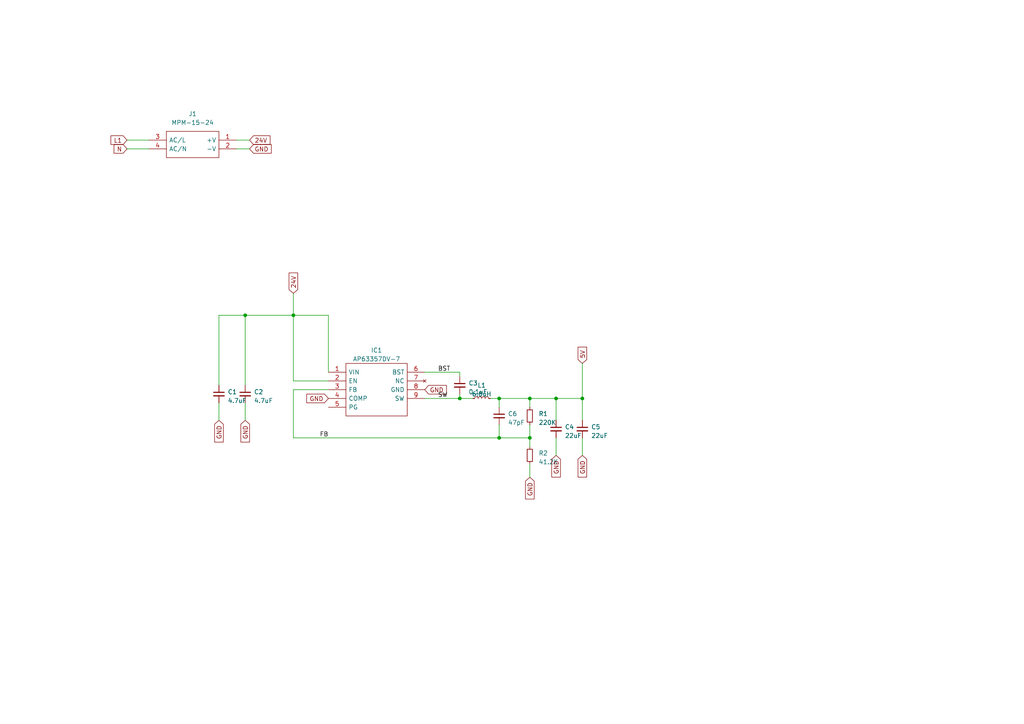
<source format=kicad_sch>
(kicad_sch (version 20230121) (generator eeschema)
  (paper "A4")
  (lib_symbols
    (symbol "Device:C_Small" (pin_numbers hide) (pin_names (offset 0.254) hide)
      (property "Reference" "C" (at 0.254 1.778 0))
      (property "Value" "C_Small" (at 0.254 -2.032 0))
      (symbol "C_Small_0_1"
        (polyline (pts (xy -1.524 -0.508) (xy 1.524 -0.508)) (stroke (width 0.3302)))
        (polyline (pts (xy -1.524 0.508) (xy 1.524 0.508)) (stroke (width 0.3048)))
      )
      (symbol "C_Small_1_1"
        (pin passive line (at 0 2.54 270) (length 2.032) (name "~") (number "1"))
        (pin passive line (at 0 -2.54 90) (length 2.032) (name "~") (number "2"))
      )
    )
    (symbol "Device:L_Small" (pin_numbers hide) (pin_names (offset 0.254) hide)
      (property "Reference" "L" (at 0.762 1.016 0))
      (property "Value" "L_Small" (at 0.762 -1.016 0))
      (symbol "L_Small_0_1"
        (arc (start 0 -2.032) (mid 0.5058 -1.524) (end 0 -1.016))
        (arc (start 0 -1.016) (mid 0.5058 -0.508) (end 0 0))
        (arc (start 0 0) (mid 0.5058 0.508) (end 0 1.016))
        (arc (start 0 1.016) (mid 0.5058 1.524) (end 0 2.032))
      )
      (symbol "L_Small_1_1"
        (pin passive line (at 0 2.54 270) (length 0.508) (name "~") (number "1"))
        (pin passive line (at 0 -2.54 90) (length 0.508) (name "~") (number "2"))
      )
    )
    (symbol "Device:R_Small" (pin_numbers hide) (pin_names (offset 0.254) hide)
      (property "Reference" "R" (at 0.762 0.508 0))
      (property "Value" "R_Small" (at 0.762 -1.016 0))
      (symbol "R_Small_0_1"
        (rectangle (start -0.762 1.778) (end 0.762 -1.778) (stroke (width 0.2032)))
      )
      (symbol "R_Small_1_1"
        (pin passive line (at 0 2.54 270) (length 0.762) (name "~") (number "1"))
        (pin passive line (at 0 -2.54 90) (length 0.762) (name "~") (number "2"))
      )
    )
    (symbol "SamacSys_Parts:MPM-15-24" (pin_names (offset 0.762))
      (property "Reference" "J" (at 21.59 7.62 0))
      (property "Value" "MPM-15-24" (at 21.59 5.08 0))
      (symbol "MPM-15-24_0_0"
        (pin passive line (at 0 -2.54 0) (length 5.08) (name "+V") (number "1"))
        (pin passive line (at 0 0 0) (length 5.08) (name "-V") (number "2"))
        (pin passive line (at 25.4 -2.54 180) (length 5.08) (name "AC/L") (number "3"))
        (pin passive line (at 25.4 0 180) (length 5.08) (name "AC/N") (number "4"))
      )
      (symbol "MPM-15-24_0_1"
        (polyline (pts (xy 5.08 2.54) (xy 20.32 2.54) (xy 20.32 -5.08) (xy 5.08 -5.08) (xy 5.08 2.54)) (stroke (width 0.1524)))
      )
    )
    (symbol "Samacsys:AP63357DV-7" (pin_names (offset 0.762))
      (property "Reference" "IC" (at 24.13 7.62 0))
      (property "Value" "AP63357DV-7" (at 24.13 5.08 0))
      (symbol "AP63357DV-7_0_0"
        (pin passive line (at 0 0 0) (length 5.08) (name "VIN") (number "1"))
        (pin passive line (at 0 -2.54 0) (length 5.08) (name "EN") (number "2"))
        (pin passive line (at 0 -5.08 0) (length 5.08) (name "FB") (number "3"))
        (pin passive line (at 0 -7.62 0) (length 5.08) (name "COMP") (number "4"))
        (pin passive line (at 0 -10.16 0) (length 5.08) (name "PG") (number "5"))
        (pin passive line (at 27.94 0 180) (length 5.08) (name "BST") (number "6"))
        (pin no_connect line (at 27.94 -2.54 180) (length 5.08) (name "NC") (number "7"))
        (pin passive line (at 27.94 -5.08 180) (length 5.08) (name "GND") (number "8"))
        (pin passive line (at 27.94 -7.62 180) (length 5.08) (name "SW") (number "9"))
      )
      (symbol "AP63357DV-7_0_1"
        (polyline (pts (xy 5.08 2.54) (xy 22.86 2.54) (xy 22.86 -12.7) (xy 5.08 -12.7) (xy 5.08 2.54)) (stroke (width 0.1524)))
      )
    )
  )
  (junction (at 71.12 91.44))
  (junction (at 144.78 127))
  (junction (at 133.35 115.57))
  (junction (at 153.67 115.57))
  (junction (at 161.29 115.57))
  (junction (at 153.67 127))
  (junction (at 144.78 115.57))
  (junction (at 168.91 115.57))
  (junction (at 85.09 91.44))
  (wire (pts (xy 85.09 91.44) (xy 85.09 85.09)))
  (wire (pts (xy 63.5 91.44) (xy 63.5 111.76)))
  (wire (pts (xy 153.67 123.19) (xy 153.67 127)))
  (wire (pts (xy 36.83 40.64) (xy 43.18 40.64)))
  (wire (pts (xy 85.09 113.03) (xy 85.09 127)))
  (wire (pts (xy 123.19 107.95) (xy 133.35 107.95)))
  (wire (pts (xy 133.35 115.57) (xy 123.19 115.57)))
  (wire (pts (xy 68.58 40.64) (xy 72.39 40.64)))
  (wire (pts (xy 133.35 107.95) (xy 133.35 109.22)))
  (wire (pts (xy 85.09 127) (xy 144.78 127)))
  (wire (pts (xy 95.25 113.03) (xy 85.09 113.03)))
  (wire (pts (xy 36.83 43.18) (xy 43.18 43.18)))
  (wire (pts (xy 71.12 91.44) (xy 71.12 111.76)))
  (wire (pts (xy 85.09 110.49) (xy 85.09 91.44)))
  (wire (pts (xy 142.24 115.57) (xy 144.78 115.57)))
  (wire (pts (xy 63.5 116.84) (xy 63.5 121.92)))
  (wire (pts (xy 153.67 115.57) (xy 153.67 118.11)))
  (wire (pts (xy 133.35 114.3) (xy 133.35 115.57)))
  (wire (pts (xy 168.91 127) (xy 168.91 132.08)))
  (wire (pts (xy 144.78 115.57) (xy 144.78 118.11)))
  (wire (pts (xy 71.12 116.84) (xy 71.12 121.92)))
  (wire (pts (xy 144.78 115.57) (xy 153.67 115.57)))
  (wire (pts (xy 153.67 115.57) (xy 161.29 115.57)))
  (wire (pts (xy 95.25 91.44) (xy 95.25 107.95)))
  (wire (pts (xy 71.12 91.44) (xy 85.09 91.44)))
  (wire (pts (xy 68.58 43.18) (xy 72.39 43.18)))
  (wire (pts (xy 168.91 115.57) (xy 168.91 121.92)))
  (wire (pts (xy 161.29 115.57) (xy 168.91 115.57)))
  (wire (pts (xy 144.78 127) (xy 153.67 127)))
  (wire (pts (xy 153.67 134.62) (xy 153.67 138.43)))
  (wire (pts (xy 95.25 110.49) (xy 85.09 110.49)))
  (wire (pts (xy 63.5 91.44) (xy 71.12 91.44)))
  (wire (pts (xy 161.29 115.57) (xy 161.29 121.92)))
  (wire (pts (xy 144.78 123.19) (xy 144.78 127)))
  (wire (pts (xy 168.91 105.41) (xy 168.91 115.57)))
  (wire (pts (xy 133.35 115.57) (xy 137.16 115.57)))
  (wire (pts (xy 161.29 127) (xy 161.29 132.08)))
  (wire (pts (xy 153.67 127) (xy 153.67 129.54)))
  (wire (pts (xy 95.25 91.44) (xy 85.09 91.44)))
  (label "SW" (at 127 115.57 0))
  (label "FB" (at 92.71 127 0))
  (label "BST" (at 127 107.95 0))
  (global_label "N" (shape input) (at 36.83 43.18 180) (property "Intersheetrefs" "${INTERSHEET_REFS}" (effects hide)))
  (global_label "GND" (shape input) (at 71.12 121.92 270) (property "Intersheetrefs" "${INTERSHEET_REFS}" (effects hide)))
  (global_label "GND" (shape input) (at 63.5 121.92 270) (property "Intersheetrefs" "${INTERSHEET_REFS}" (effects hide)))
  (global_label "GND" (shape input) (at 95.25 115.57 180) (property "Intersheetrefs" "${INTERSHEET_REFS}" (effects hide)))
  (global_label "5V" (shape input) (at 168.91 105.41 90) (property "Intersheetrefs" "${INTERSHEET_REFS}" (effects hide)))
  (global_label "GND" (shape input) (at 153.67 138.43 270) (property "Intersheetrefs" "${INTERSHEET_REFS}" (effects hide)))
  (global_label "L1" (shape input) (at 36.83 40.64 180) (property "Intersheetrefs" "${INTERSHEET_REFS}" (effects hide)))
  (global_label "24V" (shape input) (at 72.39 40.64 0) (property "Intersheetrefs" "${INTERSHEET_REFS}" (effects hide)))
  (global_label "GND" (shape input) (at 161.29 132.08 270) (property "Intersheetrefs" "${INTERSHEET_REFS}" (effects hide)))
  (global_label "GND" (shape input) (at 123.19 113.03 0) (property "Intersheetrefs" "${INTERSHEET_REFS}" (effects hide)))
  (global_label "GND" (shape input) (at 72.39 43.18 0) (property "Intersheetrefs" "${INTERSHEET_REFS}" (effects hide)))
  (global_label "GND" (shape input) (at 168.91 132.08 270) (property "Intersheetrefs" "${INTERSHEET_REFS}" (effects hide)))
  (global_label "24V" (shape input) (at 85.09 85.09 90) (property "Intersheetrefs" "${INTERSHEET_REFS}" (effects hide)))
  (symbol (lib_id "Device:C_Small") (at 133.35 111.76 0) (unit 1)
    (property "Reference" "C3" (at 135.89 111.1313 0) (effects (justify left)))
    (property "Value" "0.1uF" (at 135.89 113.6713 0) (effects (justify left)))
    (property "Footprint" "Capacitor_SMD:C_0402_1005Metric_Pad0.74x0.62mm_HandSolder" (effects hide))
  )
  (symbol (lib_id "Device:C_Small") (at 71.12 114.3 0) (unit 1)
    (property "Reference" "C2" (at 73.66 113.6713 0) (effects (justify left)))
    (property "Value" "4.7uF" (at 73.66 116.2113 0) (effects (justify left)))
    (property "Footprint" "Capacitor_SMD:C_0805_2012Metric_Pad1.18x1.45mm_HandSolder" (effects hide))
  )
  (symbol (lib_id "Device:R_Small") (at 153.67 132.08 0) (unit 1)
    (property "Reference" "R2" (at 156.21 131.445 0) (effects (justify left)))
    (property "Value" "41.2K" (at 156.21 133.985 0) (effects (justify left)))
    (property "Footprint" "Resistor_SMD:R_0402_1005Metric_Pad0.72x0.64mm_HandSolder" (effects hide))
  )
  (symbol (lib_id "SamacSys_Parts:MPM-15-24") (at 68.58 43.18 180) (unit 1)
    (property "Reference" "J1" (at 55.88 33.02 0))
    (property "Value" "MPM-15-24" (at 55.88 35.56 0))
    (property "Footprint" "libs:MPM1524" (effects hide))
    (property "Datasheet" "https://www.arrow.com/en/products/mpm-15-24/mean-well-enterprises" (effects hide))
    (property "Description" "MEAN WELL - MPM-15-24 - POWER SUPPLY, AC-DC, 24V, 0.63A" (effects hide))
    (property "Height" "24" (effects hide))
    (property "Manufacturer_Name" "Mean Well" (effects hide))
    (property "Manufacturer_Part_Number" "MPM-15-24" (effects hide))
    (property "Mouser Part Number" "709-MPM-15-24" (effects hide))
    (property "Mouser Price/Stock" "https://www.mouser.co.uk/ProductDetail/MEAN-WELL/MPM-15-24?qs=wd5RIQLrsJi9Lk5TJTkvPg%3D%3D" (effects hide))
    (property "Arrow Part Number" "MPM-15-24" (effects hide))
    (property "Arrow Price/Stock" "https://www.arrow.com/en/products/mpm-15-24/mean-well-enterprises?region=nac" (effects hide))
  )
  (symbol (lib_id "Device:C_Small") (at 168.91 124.46 0) (unit 1)
    (property "Reference" "C5" (at 171.45 123.8313 0) (effects (justify left)))
    (property "Value" "22uF" (at 171.45 126.3713 0) (effects (justify left)))
    (property "Footprint" "Capacitor_SMD:C_0805_2012Metric_Pad1.18x1.45mm_HandSolder" (effects hide))
  )
  (symbol (lib_id "Device:C_Small") (at 144.78 120.65 0) (unit 1)
    (property "Reference" "C6" (at 147.32 120.0213 0) (effects (justify left)))
    (property "Value" "47pF" (at 147.32 122.5613 0) (effects (justify left)))
    (property "Footprint" "Capacitor_SMD:C_0402_1005Metric_Pad0.74x0.62mm_HandSolder" (effects hide))
  )
  (symbol (lib_id "Device:R_Small") (at 153.67 120.65 0) (unit 1)
    (property "Reference" "R1" (at 156.21 120.015 0) (effects (justify left)))
    (property "Value" "220K" (at 156.21 122.555 0) (effects (justify left)))
    (property "Footprint" "Resistor_SMD:R_0402_1005Metric_Pad0.72x0.64mm_HandSolder" (effects hide))
  )
  (symbol (lib_id "Device:C_Small") (at 161.29 124.46 0) (unit 1)
    (property "Reference" "C4" (at 163.83 123.8313 0) (effects (justify left)))
    (property "Value" "22uF" (at 163.83 126.3713 0) (effects (justify left)))
    (property "Footprint" "Capacitor_SMD:C_0805_2012Metric_Pad1.18x1.45mm_HandSolder" (effects hide))
  )
  (symbol (lib_id "Samacsys:AP63357DV-7") (at 95.25 107.95 0) (unit 1)
    (property "Reference" "IC1" (at 109.22 101.6 0))
    (property "Value" "AP63357DV-7" (at 109.22 104.14 0))
    (property "Footprint" "libs:AP63357DV7" (effects hide))
    (property "Datasheet" "https://www.diodes.com/assets/Datasheets/AP63356-AP63357.pdf" (effects hide))
    (property "Description" "Switching Voltage Regulators DCDC Conv HV Buck V-DFN3020-13 T&R 3K" (effects hide))
    (property "Height" "0.85" (effects hide))
    (property "Manufacturer_Name" "Diodes Inc." (effects hide))
    (property "Manufacturer_Part_Number" "AP63357DV-7" (effects hide))
    (property "Mouser Part Number" "621-AP63357DV-7" (effects hide))
    (property "Mouser Price/Stock" "https://www.mouser.co.uk/ProductDetail/Diodes-Incorporated/AP63357DV-7?qs=bZr6mbWTK5nW8IurdDD0lw%3D%3D" (effects hide))
    (property "Arrow Part Number" "AP63357DV-7" (effects hide))
    (property "Arrow Price/Stock" "https://www.arrow.com/en/products/ap63357dv-7/diodes-incorporated?region=nac" (effects hide))
  )
  (symbol (lib_id "Device:L_Small") (at 139.7 115.57 90) (unit 1)
    (property "Reference" "L1" (at 139.7 111.76 90))
    (property "Value" "6.8uH" (at 139.7 114.3 90))
    (property "Footprint" "libs:CDRH103RNP6R8NCB" (effects hide))
    (property "Datasheet" "CDRH103RNP-6R8NC-B" (effects hide))
  )
  (symbol (lib_id "Device:C_Small") (at 63.5 114.3 0) (unit 1)
    (property "Reference" "C1" (at 66.04 113.6713 0) (effects (justify left)))
    (property "Value" "4.7uF" (at 66.04 116.2113 0) (effects (justify left)))
    (property "Footprint" "Capacitor_SMD:C_0805_2012Metric_Pad1.18x1.45mm_HandSolder" (effects hide))
  )
)
</source>
